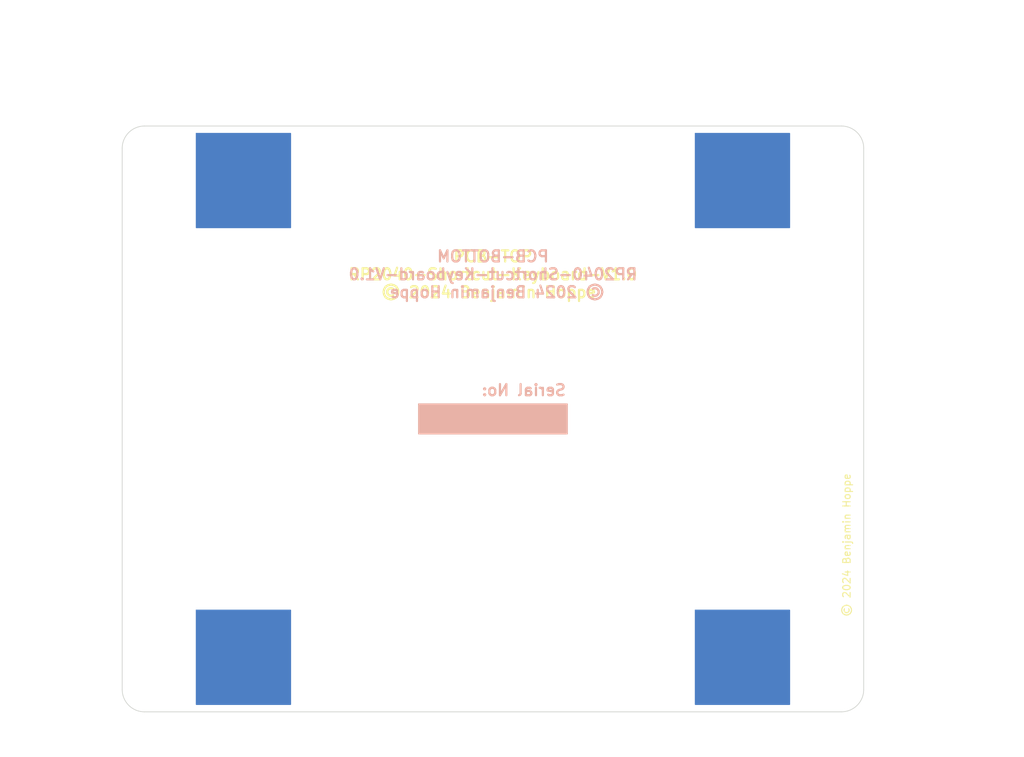
<source format=kicad_pcb>
(kicad_pcb (version 20240108) (generator "pcbnew") (generator_version "8.0")
  (layers (0 "F.Cu" signal) (31 "B.Cu" signal) (34 "B.Paste" user) (35 "F.Paste" user) (36 "B.SilkS" user "B.Silkscreen") (37 "F.SilkS" user "F.Silkscreen") (38 "B.Mask" user) (39 "F.Mask" user) (44 "Edge.Cuts" user))
  (net 0 "")
  (footprint "MountingHole:MountingHole_3.2mm_M3" (layer "F.Cu") (at 145 46)
    (property "Reference" "H2" (hide yes))
    (property "Value" "MountingHole" (hide yes))
    (pad "" np_thru_hole circle (at 0 0) (size 3.2 3.2) (drill 3.2) (layers "*.Cu" "*.Mask"))
  )
  (footprint "MountingHole:MountingHole_3.2mm_M3" (layer "F.Cu") (at 74 61)
    (property "Reference" "H5" (hide yes))
    (property "Value" "MountingHole" (hide yes))
    (pad "" np_thru_hole circle (at 0 0) (size 3.2 3.2) (drill 3.2) (layers "*.Cu" "*.Mask"))
  )
  (footprint "MountingHole:MountingHole_3.2mm_M3" (layer "F.Cu") (at 55 115)
    (property "Reference" "H4" (hide yes))
    (property "Value" "MountingHole" (hide yes))
    (pad "" np_thru_hole circle (at 0 0) (size 3.2 3.2) (drill 3.2) (layers "*.Cu" "*.Mask"))
  )
  (footprint "MountingHole:MountingHole_3.2mm_M3" (layer "F.Cu") (at 126 61)
    (property "Reference" "H6" (hide yes))
    (property "Value" "MountingHole" (hide yes))
    (pad "" np_thru_hole circle (at 0 0) (size 3.2 3.2) (drill 3.2) (layers "*.Cu" "*.Mask"))
  )
  (footprint "MountingHole:MountingHole_3.2mm_M3" (layer "F.Cu") (at 55 80.5)
    (property "Reference" "H7" (hide yes))
    (property "Value" "MountingHole" (hide yes))
    (pad "" np_thru_hole circle (at 0 0) (size 3.2 3.2) (drill 3.2) (layers "*.Cu" "*.Mask"))
  )
  (footprint "MountingHole:MountingHole_3.2mm_M3" (layer "F.Cu") (at 145 115)
    (property "Reference" "H3" (hide yes))
    (property "Value" "MountingHole" (hide yes))
    (pad "" np_thru_hole circle (at 0 0) (size 3.2 3.2) (drill 3.2) (layers "*.Cu" "*.Mask"))
  )
  (footprint "MountingHole:MountingHole_3.2mm_M3" (layer "F.Cu") (at 145 80.5)
    (property "Reference" "H8" (hide yes))
    (property "Value" "MountingHole")
    (pad "" np_thru_hole circle (at 0 0) (size 3.2 3.2) (drill 3.2) (layers "*.Cu" "*.Mask"))
  )
  (footprint "MountingHole:MountingHole_3.2mm_M3" (layer "F.Cu") (at 55 46)
    (property "Reference" "H1" (hide yes))
    (property "Value" "MountingHole" (hide yes))
    (pad "" np_thru_hole circle (at 0 0) (size 3.2 3.2) (drill 3.2) (layers "*.Cu" "*.Mask"))
  )
  (gr_rect (start 60 106.3) (end 72.7 119) (stroke (width 0.15)) (fill solid) (layer "B.Cu"))
  (gr_rect (start 127.3 42) (end 140 54.7) (stroke (width 0.15)) (fill solid) (layer "B.Cu"))
  (gr_rect (start 60 42) (end 72.7 54.7) (stroke (width 0.15)) (fill solid) (layer "B.Cu"))
  (gr_rect (start 127.3 106.3) (end 140 119) (stroke (width 0.15)) (fill solid) (layer "B.Cu"))
  (gr_rect (start 90 78.5) (end 110 82.5) (stroke (width 0.2)) (fill solid) (layer "B.SilkS"))
  (gr_arc (start 50 44) (mid 50.87868 41.87868) (end 53 41) (stroke (width 0.1)) (layer "Edge.Cuts"))
  (gr_line (start 147 120) (end 53 120) (stroke (width 0.1)) (layer "Edge.Cuts"))
  (gr_line (start 50 117) (end 50 44) (stroke (width 0.1)) (layer "Edge.Cuts"))
  (gr_arc (start 147 41) (mid 149.12132 41.87868) (end 150 44) (stroke (width 0.1)) (layer "Edge.Cuts"))
  (gr_arc (start 53 120) (mid 50.87868 119.12132) (end 50 117) (stroke (width 0.1)) (layer "Edge.Cuts"))
  (gr_arc (start 150 117) (mid 149.12132 119.12132) (end 147 120) (stroke (width 0.1)) (layer "Edge.Cuts"))
  (gr_line (start 53 41) (end 147 41) (stroke (width 0.1)) (layer "Edge.Cuts"))
  (gr_line (start 150 44) (end 150 117) (stroke (width 0.1)) (layer "Edge.Cuts"))
  (gr_text "PCB-BOTTOM\nRP2040-Shortcut-Keyboard-V1.0\n© 2024 Benjamin Hoppe " (at 100 61 0) (layer "B.SilkS") (effects (font (size 1.5 1.5) (thickness 0.3) (bold yes)) (justify mirror)))
  (gr_text "Serial No:" (at 110 77.5 0) (layer "B.SilkS") (effects (font (size 1.5 1.5) (thickness 0.3) (bold yes)) (justify left bottom mirror)))
  (gr_text "© 2024 Benjamin Hoppe" (at 148.3 97.5 90) (layer "F.SilkS") (effects (font (size 1 1)) (justify bottom)))
  (gr_text "PCB-TOP\nRP2040-Shortcut-Keyboard-V1.0\n© 2024 Benjamin Hoppe " (at 100 61 0) (layer "F.SilkS") (effects (font (size 1.5 1.5) (thickness 0.3) (bold yes))))
)
</source>
